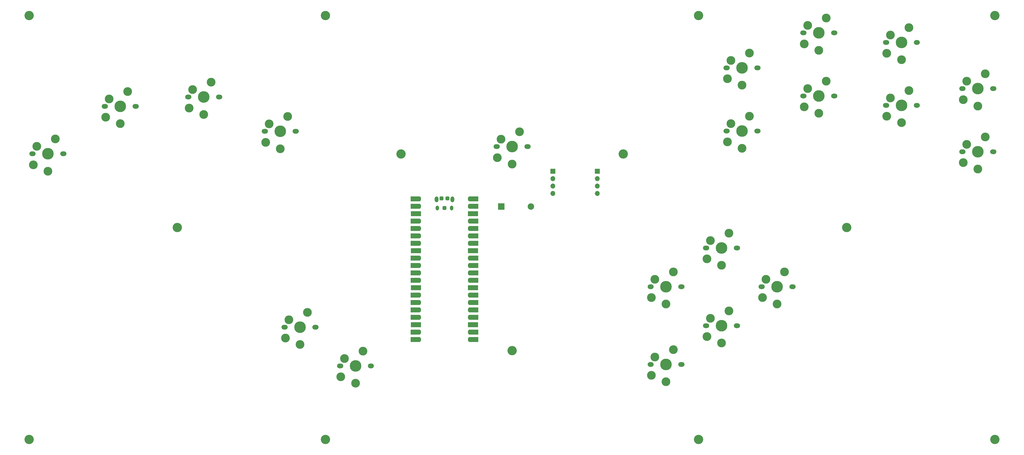
<source format=gts>
G04 #@! TF.GenerationSoftware,KiCad,Pcbnew,(6.0.4)*
G04 #@! TF.CreationDate,2022-05-10T23:12:15-07:00*
G04 #@! TF.ProjectId,GCCMX,4743434d-582e-46b6-9963-61645f706362,rev?*
G04 #@! TF.SameCoordinates,Original*
G04 #@! TF.FileFunction,Soldermask,Top*
G04 #@! TF.FilePolarity,Negative*
%FSLAX46Y46*%
G04 Gerber Fmt 4.6, Leading zero omitted, Abs format (unit mm)*
G04 Created by KiCad (PCBNEW (6.0.4)) date 2022-05-10 23:12:15*
%MOMM*%
%LPD*%
G01*
G04 APERTURE LIST*
G04 Aperture macros list*
%AMRoundRect*
0 Rectangle with rounded corners*
0 $1 Rounding radius*
0 $2 $3 $4 $5 $6 $7 $8 $9 X,Y pos of 4 corners*
0 Add a 4 corners polygon primitive as box body*
4,1,4,$2,$3,$4,$5,$6,$7,$8,$9,$2,$3,0*
0 Add four circle primitives for the rounded corners*
1,1,$1+$1,$2,$3*
1,1,$1+$1,$4,$5*
1,1,$1+$1,$6,$7*
1,1,$1+$1,$8,$9*
0 Add four rect primitives between the rounded corners*
20,1,$1+$1,$2,$3,$4,$5,0*
20,1,$1+$1,$4,$5,$6,$7,0*
20,1,$1+$1,$6,$7,$8,$9,0*
20,1,$1+$1,$8,$9,$2,$3,0*%
%AMFreePoly0*
4,1,17,-1.750000,0.850000,1.155000,0.850000,1.308997,0.829726,1.452500,0.770285,1.575729,0.675729,1.670285,0.552500,1.729726,0.408997,1.750000,0.255000,1.750000,-0.255000,1.729726,-0.408997,1.670285,-0.552500,1.575729,-0.675729,1.452500,-0.770285,1.308997,-0.829726,1.155000,-0.850000,-1.750000,-0.850000,-1.750000,0.850000,-1.750000,0.850000,$1*%
%AMFreePoly1*
4,1,17,-1.750000,0.255000,-1.729726,0.408997,-1.670285,0.552500,-1.575729,0.675729,-1.452500,0.770285,-1.308997,0.829726,-1.155000,0.850000,1.750000,0.850000,1.750000,-0.850000,-1.155000,-0.850000,-1.308997,-0.829726,-1.452500,-0.770285,-1.575729,-0.675729,-1.670285,-0.552500,-1.729726,-0.408997,-1.750000,-0.255000,-1.750000,0.255000,-1.750000,0.255000,$1*%
G04 Aperture macros list end*
%ADD10C,3.429000*%
%ADD11C,3.000000*%
%ADD12C,3.987800*%
%ADD13C,1.701800*%
%ADD14C,3.200000*%
%ADD15O,1.300000X2.000000*%
%ADD16O,1.200000X1.650000*%
%ADD17FreePoly0,0.000000*%
%ADD18O,1.700000X1.700000*%
%ADD19R,3.500000X1.700000*%
%ADD20R,1.700000X1.700000*%
%ADD21FreePoly1,0.000000*%
%ADD22RoundRect,0.255906X-0.394094X-0.394094X0.394094X-0.394094X0.394094X0.394094X-0.394094X0.394094X0*%
%ADD23R,2.200000X2.200000*%
%ADD24O,2.200000X2.200000*%
G04 APERTURE END LIST*
D10*
X94294945Y-112388868D03*
D11*
X89294945Y-116138868D03*
X90484945Y-109848868D03*
D12*
X94294945Y-112388868D03*
D13*
X99374945Y-112388868D03*
X89214945Y-112388868D03*
X99794945Y-112388868D03*
X88794945Y-112388868D03*
D11*
X94294945Y-118338868D03*
X96834945Y-107308868D03*
D12*
X122918213Y-109198028D03*
D10*
X122918213Y-109198028D03*
D13*
X117838213Y-109198028D03*
X117418213Y-109198028D03*
X128418213Y-109198028D03*
D11*
X119108213Y-106658028D03*
D13*
X127998213Y-109198028D03*
D11*
X117918213Y-112948028D03*
X125458213Y-104118028D03*
X122918213Y-115148028D03*
D10*
X149100000Y-120967500D03*
D13*
X154600000Y-120967500D03*
D11*
X149100000Y-126917500D03*
D13*
X154180000Y-120967500D03*
X144020000Y-120967500D03*
D12*
X149100000Y-120967500D03*
D11*
X151640000Y-115887500D03*
X145290000Y-118427500D03*
D13*
X143600000Y-120967500D03*
D11*
X144100000Y-124717500D03*
D13*
X301988253Y-99175054D03*
D11*
X310028253Y-94095054D03*
D10*
X307488253Y-99175054D03*
D12*
X307488253Y-99175054D03*
D13*
X302408253Y-99175054D03*
D11*
X302488253Y-102925054D03*
X303678253Y-96635054D03*
D13*
X312988253Y-99175054D03*
X312568253Y-99175054D03*
D11*
X307488253Y-105125054D03*
X333768452Y-93137595D03*
D13*
X339268452Y-87187595D03*
X328688452Y-87187595D03*
D11*
X328768452Y-90937595D03*
D13*
X328268452Y-87187595D03*
D11*
X329958452Y-84647595D03*
D13*
X338848452Y-87187595D03*
D10*
X333768452Y-87187595D03*
D12*
X333768452Y-87187595D03*
D11*
X336308452Y-82107595D03*
D13*
X312568253Y-120815054D03*
D12*
X307488253Y-120815054D03*
D11*
X303678253Y-118275054D03*
D10*
X307488253Y-120815054D03*
D11*
X310028253Y-115735054D03*
X302488253Y-124565054D03*
D13*
X302408253Y-120815054D03*
D11*
X307488253Y-126765054D03*
D13*
X312988253Y-120815054D03*
X301988253Y-120815054D03*
X223100000Y-126206250D03*
X233680000Y-126206250D03*
X223520000Y-126206250D03*
D10*
X228600000Y-126206250D03*
D12*
X228600000Y-126206250D03*
D13*
X234100000Y-126206250D03*
D11*
X223600000Y-129956250D03*
X228600000Y-132156250D03*
X224790000Y-123666250D03*
X231140000Y-121126250D03*
D13*
X180419603Y-201442263D03*
X169839603Y-201442263D03*
D11*
X171109603Y-198902263D03*
X177459603Y-196362263D03*
X169919603Y-205192263D03*
X174919603Y-207392263D03*
D10*
X174919603Y-201442263D03*
D12*
X174919603Y-201442263D03*
D13*
X179999603Y-201442263D03*
X169419603Y-201442263D03*
X150814603Y-188121263D03*
D11*
X152084603Y-185581263D03*
X155894603Y-194071263D03*
X150894603Y-191871263D03*
D13*
X160974603Y-188121263D03*
D11*
X158434603Y-183041263D03*
D12*
X155894603Y-188121263D03*
D13*
X161394603Y-188121263D03*
X150394603Y-188121263D03*
D10*
X155894603Y-188121263D03*
D13*
X357037169Y-90414988D03*
X367197169Y-90414988D03*
X367617169Y-90414988D03*
D11*
X357117169Y-94164988D03*
D10*
X362117169Y-90414988D03*
D11*
X358307169Y-87874988D03*
X364657169Y-85334988D03*
D13*
X356617169Y-90414988D03*
D11*
X362117169Y-96364988D03*
D12*
X362117169Y-90414988D03*
D13*
X393841283Y-106321424D03*
D11*
X384531283Y-103781424D03*
D13*
X382841283Y-106321424D03*
X383261283Y-106321424D03*
D11*
X383341283Y-110071424D03*
D13*
X393421283Y-106321424D03*
D10*
X388341283Y-106321424D03*
D12*
X388341283Y-106321424D03*
D11*
X390881283Y-101241424D03*
X388341283Y-112271424D03*
X283967453Y-195854578D03*
D12*
X281427453Y-200934578D03*
D11*
X281427453Y-206884578D03*
D13*
X286507453Y-200934578D03*
D10*
X281427453Y-200934578D03*
D11*
X276427453Y-204684578D03*
D13*
X276347453Y-200934578D03*
X286927453Y-200934578D03*
X275927453Y-200934578D03*
D11*
X277617453Y-198394578D03*
D13*
X295372453Y-187613578D03*
D11*
X295452453Y-191363578D03*
D13*
X305532453Y-187613578D03*
D11*
X296642453Y-185073578D03*
X302992453Y-182533578D03*
D13*
X294952453Y-187613578D03*
D11*
X300452453Y-193563578D03*
D12*
X300452453Y-187613578D03*
D10*
X300452453Y-187613578D03*
D13*
X305952453Y-187613578D03*
X324977453Y-174292578D03*
X313977453Y-174292578D03*
D12*
X319477453Y-174292578D03*
D11*
X314477453Y-178042578D03*
D13*
X314397453Y-174292578D03*
D11*
X319477453Y-180242578D03*
D13*
X324557453Y-174292578D03*
D11*
X315667453Y-171752578D03*
X322017453Y-169212578D03*
D10*
X319477453Y-174292578D03*
D12*
X281427453Y-174292578D03*
D11*
X281427453Y-180242578D03*
D13*
X286507453Y-174292578D03*
X276347453Y-174292578D03*
D11*
X283967453Y-169212578D03*
D13*
X275927453Y-174292578D03*
D11*
X277617453Y-171752578D03*
D10*
X281427453Y-174292578D03*
D11*
X276427453Y-178042578D03*
D13*
X286927453Y-174292578D03*
X305952453Y-160971578D03*
X295372453Y-160971578D03*
D12*
X300452453Y-160971578D03*
D11*
X300452453Y-166921578D03*
D13*
X305532453Y-160971578D03*
D11*
X296642453Y-158431578D03*
D13*
X294952453Y-160971578D03*
D11*
X302992453Y-155891578D03*
X295452453Y-164721578D03*
D10*
X300452453Y-160971578D03*
D13*
X393841283Y-127961424D03*
X382841283Y-127961424D03*
X393421283Y-127961424D03*
D11*
X390881283Y-122881424D03*
D13*
X383261283Y-127961424D03*
D11*
X383341283Y-131711424D03*
X388341283Y-133911424D03*
X384531283Y-125421424D03*
D12*
X388341283Y-127961424D03*
D10*
X388341283Y-127961424D03*
D11*
X364657169Y-106974988D03*
X357117169Y-115804988D03*
D12*
X362117169Y-112054988D03*
D11*
X362117169Y-118004988D03*
D13*
X356617169Y-112054988D03*
X367197169Y-112054988D03*
X367617169Y-112054988D03*
D10*
X362117169Y-112054988D03*
D13*
X357037169Y-112054988D03*
D11*
X358307169Y-109514988D03*
D13*
X338848452Y-108827595D03*
D10*
X333768452Y-108827595D03*
D11*
X336308452Y-103747595D03*
D13*
X328688452Y-108827595D03*
D11*
X328768452Y-112577595D03*
X333768452Y-114777595D03*
D12*
X333768452Y-108827595D03*
D13*
X328268452Y-108827595D03*
X339268452Y-108827595D03*
D11*
X329958452Y-106287595D03*
D13*
X74508481Y-128668351D03*
X63928481Y-128668351D03*
D10*
X69428481Y-128668351D03*
D11*
X64428481Y-132418351D03*
D12*
X69428481Y-128668351D03*
D11*
X71968481Y-123588351D03*
D13*
X64348481Y-128668351D03*
X74928481Y-128668351D03*
D11*
X69428481Y-134618351D03*
X65618481Y-126128351D03*
D14*
X394200000Y-81200000D03*
X394200000Y-226700000D03*
X164600000Y-81200000D03*
X292600000Y-81200000D03*
X228600000Y-196200000D03*
X164600000Y-226700000D03*
X292600000Y-226700000D03*
X113800000Y-153950000D03*
X190500000Y-128746250D03*
X266700000Y-128746250D03*
X343400000Y-153950000D03*
X63000000Y-226700000D03*
X63000000Y-81200000D03*
D15*
X202704745Y-144270468D03*
X208154745Y-144270468D03*
D16*
X203004745Y-147300468D03*
X207854745Y-147300468D03*
D17*
X195639745Y-144140468D03*
D18*
X196539745Y-144140468D03*
X196539745Y-146680468D03*
D17*
X195639745Y-146680468D03*
D19*
X195639745Y-149220468D03*
D20*
X196539745Y-149220468D03*
D18*
X196539745Y-151760468D03*
D17*
X195639745Y-151760468D03*
X195639745Y-154300468D03*
D18*
X196539745Y-154300468D03*
D17*
X195639745Y-156840468D03*
D18*
X196539745Y-156840468D03*
D17*
X195639745Y-159380468D03*
D18*
X196539745Y-159380468D03*
D20*
X196539745Y-161920468D03*
D19*
X195639745Y-161920468D03*
D18*
X196539745Y-164460468D03*
D17*
X195639745Y-164460468D03*
D18*
X196539745Y-167000468D03*
D17*
X195639745Y-167000468D03*
X195639745Y-169540468D03*
D18*
X196539745Y-169540468D03*
X196539745Y-172080468D03*
D17*
X195639745Y-172080468D03*
D19*
X195639745Y-174620468D03*
D20*
X196539745Y-174620468D03*
D17*
X195639745Y-177160468D03*
D18*
X196539745Y-177160468D03*
D17*
X195639745Y-179700468D03*
D18*
X196539745Y-179700468D03*
D17*
X195639745Y-182240468D03*
D18*
X196539745Y-182240468D03*
D17*
X195639745Y-184780468D03*
D18*
X196539745Y-184780468D03*
D19*
X195639745Y-187320468D03*
D20*
X196539745Y-187320468D03*
D18*
X196539745Y-189860468D03*
D17*
X195639745Y-189860468D03*
X195639745Y-192400468D03*
D18*
X196539745Y-192400468D03*
X214319745Y-192400468D03*
D21*
X215219745Y-192400468D03*
X215219745Y-189860468D03*
D18*
X214319745Y-189860468D03*
D19*
X215219745Y-187320468D03*
D20*
X214319745Y-187320468D03*
D21*
X215219745Y-184780468D03*
D18*
X214319745Y-184780468D03*
X214319745Y-182240468D03*
D21*
X215219745Y-182240468D03*
X215219745Y-179700468D03*
D18*
X214319745Y-179700468D03*
X214319745Y-177160468D03*
D21*
X215219745Y-177160468D03*
D20*
X214319745Y-174620468D03*
D19*
X215219745Y-174620468D03*
D21*
X215219745Y-172080468D03*
D18*
X214319745Y-172080468D03*
X214319745Y-169540468D03*
D21*
X215219745Y-169540468D03*
D18*
X214319745Y-167000468D03*
D21*
X215219745Y-167000468D03*
D18*
X214319745Y-164460468D03*
D21*
X215219745Y-164460468D03*
D20*
X214319745Y-161920468D03*
D19*
X215219745Y-161920468D03*
D18*
X214319745Y-159380468D03*
D21*
X215219745Y-159380468D03*
D18*
X214319745Y-156840468D03*
D21*
X215219745Y-156840468D03*
X215219745Y-154300468D03*
D18*
X214319745Y-154300468D03*
D21*
X215219745Y-151760468D03*
D18*
X214319745Y-151760468D03*
D20*
X214319745Y-149220468D03*
D19*
X215219745Y-149220468D03*
D18*
X214319745Y-146680468D03*
D21*
X215219745Y-146680468D03*
X215219745Y-144140468D03*
D18*
X214319745Y-144140468D03*
D22*
X204429745Y-143970468D03*
X206429745Y-143970468D03*
X205429745Y-147270468D03*
D23*
X224917000Y-146729668D03*
D24*
X235077000Y-146729668D03*
D20*
X257870945Y-134613868D03*
D18*
X257870945Y-137153868D03*
X257870945Y-139693868D03*
X257870945Y-142233868D03*
D20*
X242630945Y-134613868D03*
D18*
X242630945Y-137153868D03*
X242630945Y-139693868D03*
X242630945Y-142233868D03*
M02*

</source>
